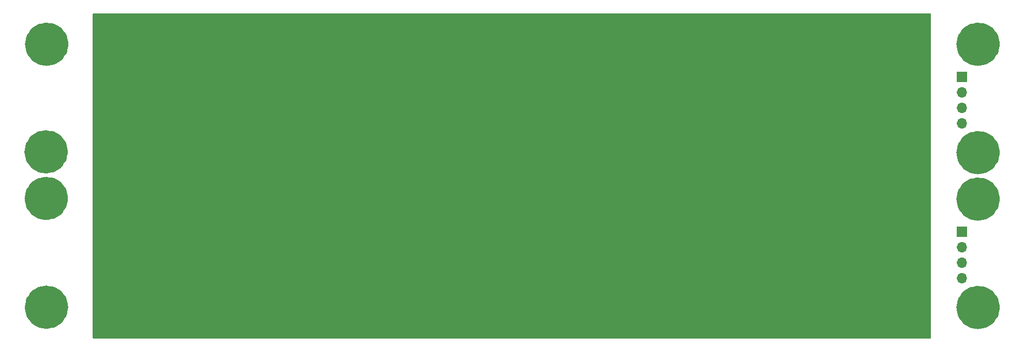
<source format=gbr>
%TF.GenerationSoftware,KiCad,Pcbnew,7.0.5*%
%TF.CreationDate,2025-04-03T03:30:24-04:00*%
%TF.ProjectId,fuck_it_stepper_2,6675636b-5f69-4745-9f73-746570706572,rev?*%
%TF.SameCoordinates,Original*%
%TF.FileFunction,Soldermask,Bot*%
%TF.FilePolarity,Negative*%
%FSLAX46Y46*%
G04 Gerber Fmt 4.6, Leading zero omitted, Abs format (unit mm)*
G04 Created by KiCad (PCBNEW 7.0.5) date 2025-04-03 03:30:24*
%MOMM*%
%LPD*%
G01*
G04 APERTURE LIST*
%ADD10C,3.556945*%
%ADD11R,1.700000X1.700000*%
%ADD12O,1.700000X1.700000*%
G04 APERTURE END LIST*
D10*
X42455109Y-68535429D02*
G75*
G03*
X42455109Y-68535429I-1778472J0D01*
G01*
X42425012Y-50687530D02*
G75*
G03*
X42425012Y-50687530I-1778472J0D01*
G01*
X42399047Y-43041615D02*
G75*
G03*
X42399047Y-43041615I-1778472J0D01*
G01*
X42492527Y-25400000D02*
G75*
G03*
X42492527Y-25400000I-1778472J0D01*
G01*
X194892527Y-25400000D02*
G75*
G03*
X194892527Y-25400000I-1778472J0D01*
G01*
X194892527Y-43180000D02*
G75*
G03*
X194892527Y-43180000I-1778472J0D01*
G01*
X194892527Y-50800000D02*
G75*
G03*
X194892527Y-50800000I-1778472J0D01*
G01*
X194892527Y-68580000D02*
G75*
G03*
X194892527Y-68580000I-1778472J0D01*
G01*
D11*
%TO.C,J2*%
X190443000Y-56144000D03*
D12*
X190443000Y-58684000D03*
X190443000Y-61224000D03*
X190443000Y-63764000D03*
%TD*%
D11*
%TO.C,J1*%
X190443000Y-30744000D03*
D12*
X190443000Y-33284000D03*
X190443000Y-35824000D03*
X190443000Y-38364000D03*
%TD*%
G36*
X185363039Y-20339685D02*
G01*
X185408794Y-20392489D01*
X185420000Y-20444000D01*
X185420000Y-73536000D01*
X185400315Y-73603039D01*
X185347511Y-73648794D01*
X185296000Y-73660000D01*
X48384000Y-73660000D01*
X48316961Y-73640315D01*
X48271206Y-73587511D01*
X48260000Y-73536000D01*
X48260000Y-20444000D01*
X48279685Y-20376961D01*
X48332489Y-20331206D01*
X48384000Y-20320000D01*
X185296000Y-20320000D01*
X185363039Y-20339685D01*
G37*
M02*

</source>
